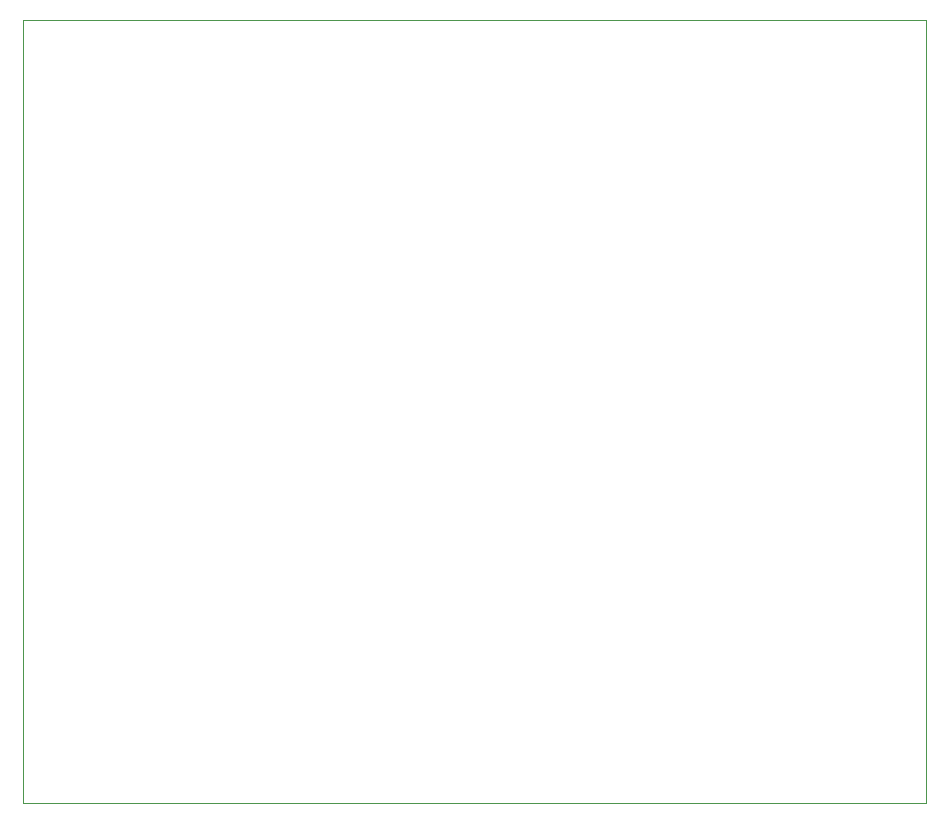
<source format=gbr>
%TF.GenerationSoftware,KiCad,Pcbnew,9.0.0*%
%TF.CreationDate,2025-04-03T19:31:54-04:00*%
%TF.ProjectId,diamond,6469616d-6f6e-4642-9e6b-696361645f70,rev?*%
%TF.SameCoordinates,Original*%
%TF.FileFunction,Profile,NP*%
%FSLAX46Y46*%
G04 Gerber Fmt 4.6, Leading zero omitted, Abs format (unit mm)*
G04 Created by KiCad (PCBNEW 9.0.0) date 2025-04-03 19:31:54*
%MOMM*%
%LPD*%
G01*
G04 APERTURE LIST*
%TA.AperFunction,Profile*%
%ADD10C,0.050000*%
%TD*%
G04 APERTURE END LIST*
D10*
X99568000Y-48514000D02*
X176022000Y-48514000D01*
X176022000Y-114808000D01*
X99568000Y-114808000D01*
X99568000Y-48514000D01*
M02*

</source>
